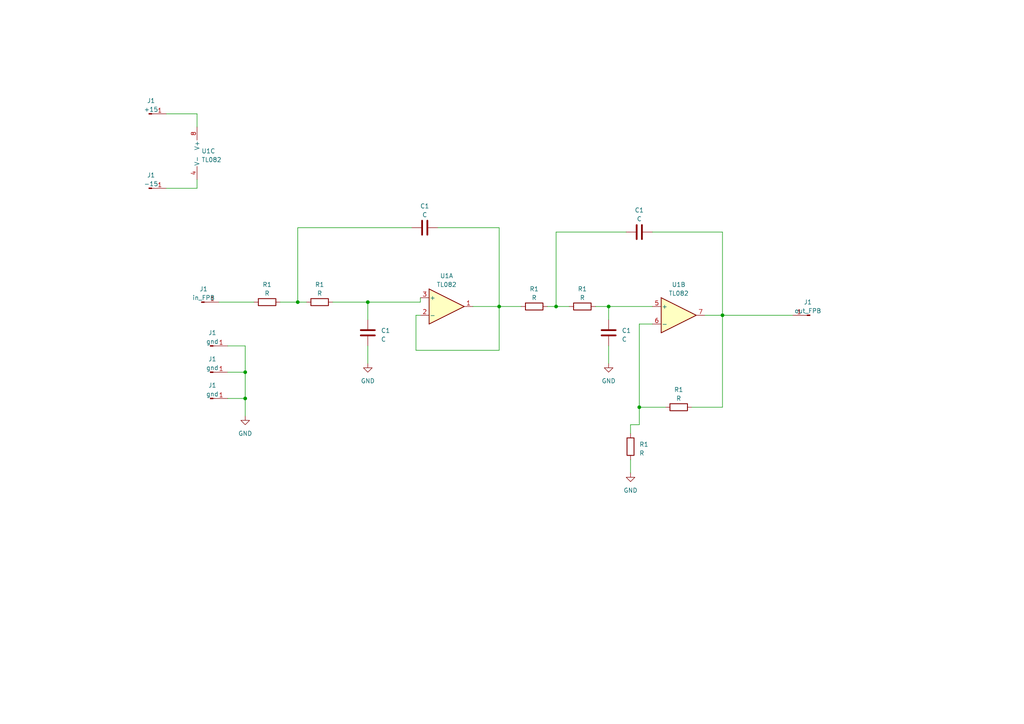
<source format=kicad_sch>
(kicad_sch (version 20230121) (generator eeschema)
  (paper "A4")
  (lib_symbols
    (symbol "Amplifier_Operational:TL082" (pin_names (offset 0.127))
      (property "Reference" "U" (at 0 5.08 0))
      (property "Value" "TL082" (at 0 -5.08 0))
      (symbol "TL082_1_1"
        (polyline (pts (xy -5.08 5.08) (xy 5.08 0) (xy -5.08 -5.08) (xy -5.08 5.08)) (stroke (width 0.254)) (fill (type background)))
        (pin output line (at 7.62 0 180) (length 2.54) (name "~") (number "1"))
        (pin input line (at -7.62 -2.54 0) (length 2.54) (name "-") (number "2"))
        (pin input line (at -7.62 2.54 0) (length 2.54) (name "+") (number "3"))
      )
      (symbol "TL082_2_1"
        (polyline (pts (xy -5.08 5.08) (xy 5.08 0) (xy -5.08 -5.08) (xy -5.08 5.08)) (stroke (width 0.254)) (fill (type background)))
        (pin input line (at -7.62 2.54 0) (length 2.54) (name "+") (number "5"))
        (pin input line (at -7.62 -2.54 0) (length 2.54) (name "-") (number "6"))
        (pin output line (at 7.62 0 180) (length 2.54) (name "~") (number "7"))
      )
      (symbol "TL082_3_1"
        (pin power_in line (at -2.54 -7.62 90) (length 3.81) (name "V-") (number "4"))
        (pin power_in line (at -2.54 7.62 270) (length 3.81) (name "V+") (number "8"))
      )
    )
    (symbol "Connector:Conn_01x01_Pin" (pin_names (offset 1.016) hide)
      (property "Reference" "J" (at 0 2.54 0))
      (property "Value" "Conn_01x01_Pin" (at 0 -2.54 0))
      (symbol "Conn_01x01_Pin_1_1"
        (polyline (pts (xy 1.27 0) (xy 0.8636 0)) (stroke (width 0.1524)))
        (rectangle (start 0.8636 0.127) (end 0 -0.127) (stroke (width 0.1524)) (fill (type outline)))
        (pin passive line (at 5.08 0 180) (length 3.81) (name "Pin_1") (number "1"))
      )
    )
    (symbol "Device:C" (pin_numbers hide) (pin_names (offset 0.254))
      (property "Reference" "C" (at 0.635 2.54 0))
      (property "Value" "C" (at 0.635 -2.54 0))
      (symbol "C_0_1"
        (polyline (pts (xy -2.032 -0.762) (xy 2.032 -0.762)) (stroke (width 0.508)))
        (polyline (pts (xy -2.032 0.762) (xy 2.032 0.762)) (stroke (width 0.508)))
      )
      (symbol "C_1_1"
        (pin passive line (at 0 3.81 270) (length 2.794) (name "~") (number "1"))
        (pin passive line (at 0 -3.81 90) (length 2.794) (name "~") (number "2"))
      )
    )
    (symbol "Device:R" (pin_numbers hide) (pin_names (offset 0))
      (property "Reference" "R" (at 2.032 0 90))
      (property "Value" "R" (at 0 0 90))
      (symbol "R_0_1"
        (rectangle (start -1.016 -2.54) (end 1.016 2.54) (stroke (width 0.254)))
      )
      (symbol "R_1_1"
        (pin passive line (at 0 3.81 270) (length 1.27) (name "~") (number "1"))
        (pin passive line (at 0 -3.81 90) (length 1.27) (name "~") (number "2"))
      )
    )
    (symbol "power:GND" (power) (pin_names (offset 0))
      (property "Value" "GND" (at 0 -3.81 0))
      (symbol "GND_0_1"
        (polyline (pts (xy 0 0) (xy 0 -1.27) (xy 1.27 -1.27) (xy 0 -2.54) (xy -1.27 -1.27) (xy 0 -1.27)))
      )
      (symbol "GND_1_1"
        (pin power_in line (at 0 0 270) (length 0) hide (name "GND") (number "1"))
      )
    )
  )
  (junction (at 176.53 88.9))
  (junction (at 86.36 87.63))
  (junction (at 106.68 87.63))
  (junction (at 71.12 115.57))
  (junction (at 144.78 88.9))
  (junction (at 71.12 107.95))
  (junction (at 161.29 88.9))
  (junction (at 185.42 118.11))
  (junction (at 209.55 91.44))
  (wire (pts (xy 120.65 101.6) (xy 144.78 101.6)))
  (wire (pts (xy 66.04 115.57) (xy 71.12 115.57)))
  (wire (pts (xy 120.65 91.44) (xy 120.65 101.6)))
  (wire (pts (xy 86.36 66.04) (xy 86.36 87.63)))
  (wire (pts (xy 48.26 54.61) (xy 57.15 54.61)))
  (wire (pts (xy 121.92 91.44) (xy 120.65 91.44)))
  (wire (pts (xy 209.55 118.11) (xy 209.55 91.44)))
  (wire (pts (xy 121.92 87.63) (xy 106.68 87.63)))
  (wire (pts (xy 66.04 107.95) (xy 71.12 107.95)))
  (wire (pts (xy 189.23 67.31) (xy 209.55 67.31)))
  (wire (pts (xy 119.38 66.04) (xy 86.36 66.04)))
  (wire (pts (xy 185.42 123.19) (xy 182.88 123.19)))
  (wire (pts (xy 176.53 100.33) (xy 176.53 105.41)))
  (wire (pts (xy 106.68 87.63) (xy 106.68 92.71)))
  (wire (pts (xy 172.72 88.9) (xy 176.53 88.9)))
  (wire (pts (xy 176.53 88.9) (xy 176.53 92.71)))
  (wire (pts (xy 144.78 88.9) (xy 144.78 101.6)))
  (wire (pts (xy 57.15 33.02) (xy 57.15 36.83)))
  (wire (pts (xy 121.92 86.36) (xy 121.92 87.63)))
  (wire (pts (xy 200.66 118.11) (xy 209.55 118.11)))
  (wire (pts (xy 185.42 93.98) (xy 185.42 118.11)))
  (wire (pts (xy 185.42 118.11) (xy 185.42 123.19)))
  (wire (pts (xy 176.53 88.9) (xy 189.23 88.9)))
  (wire (pts (xy 182.88 133.35) (xy 182.88 137.16)))
  (wire (pts (xy 144.78 66.04) (xy 144.78 88.9)))
  (wire (pts (xy 48.26 33.02) (xy 57.15 33.02)))
  (wire (pts (xy 106.68 100.33) (xy 106.68 105.41)))
  (wire (pts (xy 158.75 88.9) (xy 161.29 88.9)))
  (wire (pts (xy 63.5 87.63) (xy 73.66 87.63)))
  (wire (pts (xy 185.42 118.11) (xy 193.04 118.11)))
  (wire (pts (xy 71.12 100.33) (xy 71.12 107.95)))
  (wire (pts (xy 161.29 88.9) (xy 165.1 88.9)))
  (wire (pts (xy 189.23 93.98) (xy 185.42 93.98)))
  (wire (pts (xy 71.12 115.57) (xy 71.12 120.65)))
  (wire (pts (xy 137.16 88.9) (xy 144.78 88.9)))
  (wire (pts (xy 144.78 88.9) (xy 151.13 88.9)))
  (wire (pts (xy 86.36 87.63) (xy 88.9 87.63)))
  (wire (pts (xy 57.15 54.61) (xy 57.15 52.07)))
  (wire (pts (xy 161.29 67.31) (xy 161.29 88.9)))
  (wire (pts (xy 66.04 100.33) (xy 71.12 100.33)))
  (wire (pts (xy 209.55 67.31) (xy 209.55 91.44)))
  (wire (pts (xy 182.88 123.19) (xy 182.88 125.73)))
  (wire (pts (xy 181.61 67.31) (xy 161.29 67.31)))
  (wire (pts (xy 106.68 87.63) (xy 96.52 87.63)))
  (wire (pts (xy 81.28 87.63) (xy 86.36 87.63)))
  (wire (pts (xy 71.12 107.95) (xy 71.12 115.57)))
  (wire (pts (xy 204.47 91.44) (xy 209.55 91.44)))
  (wire (pts (xy 209.55 91.44) (xy 229.87 91.44)))
  (wire (pts (xy 127 66.04) (xy 144.78 66.04)))
  (symbol (lib_id "Connector:Conn_01x01_Pin") (at 234.95 91.44 180) (unit 1)
    (property "Reference" "J1" (at 234.315 87.63 0))
    (property "Value" "out_FPB" (at 234.315 90.17 0))
    (property "Footprint" "Connector_Pin:Pin_D1.0mm_L10.0mm" (effects hide))
    (instances (project "filtros_TCII" (path "" (reference "J1") (unit 1)) (path "" (reference "J14") (unit 1))))
  )
  (symbol (lib_id "power:GND") (at 176.53 105.41 0) (unit 1)
    (property "Reference" "#PWR08" (effects hide))
    (property "Value" "GND" (at 176.53 110.49 0))
  )
  (symbol (lib_id "power:GND") (at 71.12 120.65 0) (unit 1)
    (property "Reference" "#PWR06" (effects hide))
    (property "Value" "GND" (at 71.12 125.73 0))
  )
  (symbol (lib_id "power:GND") (at 182.88 137.16 0) (unit 1)
    (property "Reference" "#PWR09" (effects hide))
    (property "Value" "GND" (at 182.88 142.24 0))
  )
  (symbol (lib_id "Connector:Conn_01x01_Pin") (at 43.18 54.61 0) (unit 1)
    (property "Reference" "J1" (at 43.815 50.8 0))
    (property "Value" "-15" (at 43.815 53.34 0))
    (property "Footprint" "Connector_Pin:Pin_D1.0mm_L10.0mm" (effects hide))
    (instances (project "filtros_TCII" (path "" (reference "J1") (unit 1)) (path "" (reference "J9") (unit 1))))
  )
  (symbol (lib_id "Device:R") (at 182.88 129.54 180) (unit 1)
    (property "Reference" "R1" (at 185.42 128.905 0) (effects (justify right)))
    (property "Value" "R" (at 185.42 131.445 0) (effects (justify right)))
    (property "Footprint" "Resistor_THT:R_Axial_DIN0207_L6.3mm_D2.5mm_P7.62mm_Horizontal" (effects hide))
    (instances (project "filtros_TCII" (path "" (reference "R1") (unit 1)) (path "" (reference "R9") (unit 1))))
  )
  (symbol (lib_id "Connector:Conn_01x01_Pin") (at 43.18 33.02 0) (unit 1)
    (property "Reference" "J1" (at 43.815 29.21 0))
    (property "Value" "+15" (at 43.815 31.75 0))
    (property "Footprint" "Connector_Pin:Pin_D1.0mm_L10.0mm" (effects hide))
    (instances (project "filtros_TCII" (path "" (reference "J1") (unit 1)) (path "" (reference "J8") (unit 1))))
  )
  (symbol (lib_id "Device:R") (at 196.85 118.11 90) (unit 1)
    (property "Reference" "R1" (at 196.85 113.03 90))
    (property "Value" "R" (at 196.85 115.57 90))
    (property "Footprint" "Resistor_THT:R_Axial_DIN0207_L6.3mm_D2.5mm_P7.62mm_Horizontal" (effects hide))
    (instances (project "filtros_TCII" (path "" (reference "R1") (unit 1)) (path "" (reference "R10") (unit 1))))
  )
  (symbol (lib_id "Device:C") (at 123.19 66.04 90) (unit 1)
    (property "Reference" "C1" (at 123.19 59.7824 90))
    (property "Value" "C" (at 123.19 62.3224 90))
    (property "Footprint" "Capacitor_THT:C_Disc_D7.5mm_W2.5mm_P5.00mm" (effects hide))
    (instances (project "filtros_TCII" (path "" (reference "C1") (unit 1)) (path "" (reference "C8") (unit 1))))
  )
  (symbol (lib_id "Amplifier_Operational:TL082") (at 129.54 88.9 0) (unit 1)
    (property "Reference" "U1" (at 129.54 80.01 0))
    (property "Value" "TL082" (at 129.54 82.55 0))
    (property "Footprint" "Package_DIP:DIP-8_W7.62mm_LongPads" (effects hide))
    (property "Datasheet" "http://www.ti.com/lit/ds/symlink/tl081.pdf" (effects hide))
    (instances (project "filtros_TCII" (path "" (reference "U1") (unit 1)) (path "" (reference "U2") (unit 1))))
  )
  (symbol (lib_id "Connector:Conn_01x01_Pin") (at 60.96 115.57 0) (unit 1)
    (property "Reference" "J1" (at 61.595 111.76 0))
    (property "Value" "gnd" (at 61.595 114.3 0))
    (property "Footprint" "Connector_Pin:Pin_D1.0mm_L10.0mm" (effects hide))
    (instances (project "filtros_TCII" (path "" (reference "J1") (unit 1)) (path "" (reference "J13") (unit 1))))
  )
  (symbol (lib_id "Amplifier_Operational:TL082") (at 59.69 44.45 0) (unit 3)
    (property "Reference" "U1" (at 58.42 43.815 0) (effects (justify left)))
    (property "Value" "TL082" (at 58.42 46.355 0) (effects (justify left)))
    (property "Footprint" "Package_DIP:DIP-8_W7.62mm_LongPads" (effects hide))
    (property "Datasheet" "http://www.ti.com/lit/ds/symlink/tl081.pdf" (effects hide))
    (instances (project "filtros_TCII" (path "" (reference "U1") (unit 3)) (path "" (reference "U2") (unit 3))))
  )
  (symbol (lib_id "Connector:Conn_01x01_Pin") (at 60.96 100.33 0) (unit 1)
    (property "Reference" "J1" (at 61.595 96.52 0))
    (property "Value" "gnd" (at 61.595 99.06 0))
    (property "Footprint" "Connector_Pin:Pin_D1.0mm_L10.0mm" (effects hide))
    (instances (project "filtros_TCII" (path "" (reference "J1") (unit 1)) (path "" (reference "J11") (unit 1))))
  )
  (symbol (lib_id "Connector:Conn_01x01_Pin") (at 60.96 107.95 0) (unit 1)
    (property "Reference" "J1" (at 61.595 104.14 0))
    (property "Value" "gnd" (at 61.595 106.68 0))
    (property "Footprint" "Connector_Pin:Pin_D1.0mm_L10.0mm" (effects hide))
    (instances (project "filtros_TCII" (path "" (reference "J1") (unit 1)) (path "" (reference "J12") (unit 1))))
  )
  (symbol (lib_id "Device:R") (at 92.71 87.63 90) (unit 1)
    (property "Reference" "R1" (at 92.71 82.55 90))
    (property "Value" "R" (at 92.71 85.09 90))
    (property "Footprint" "Resistor_THT:R_Axial_DIN0207_L6.3mm_D2.5mm_P7.62mm_Horizontal" (effects hide))
    (instances (project "filtros_TCII" (path "" (reference "R1") (unit 1)) (path "" (reference "R6") (unit 1))))
  )
  (symbol (lib_id "Device:R") (at 154.94 88.9 90) (unit 1)
    (property "Reference" "R1" (at 154.94 83.82 90))
    (property "Value" "R" (at 154.94 86.36 90))
    (property "Footprint" "Resistor_THT:R_Axial_DIN0207_L6.3mm_D2.5mm_P7.62mm_Horizontal" (effects hide))
    (instances (project "filtros_TCII" (path "" (reference "R1") (unit 1)) (path "" (reference "R7") (unit 1))))
  )
  (symbol (lib_id "Connector:Conn_01x01_Pin") (at 58.42 87.63 0) (unit 1)
    (property "Reference" "J1" (at 59.055 83.82 0))
    (property "Value" "in_FPB" (at 59.055 86.36 0))
    (property "Footprint" "Connector_Pin:Pin_D1.0mm_L10.0mm" (effects hide))
    (instances (project "filtros_TCII" (path "" (reference "J1") (unit 1)) (path "" (reference "J10") (unit 1))))
  )
  (symbol (lib_id "Amplifier_Operational:TL082") (at 196.85 91.44 0) (unit 2)
    (property "Reference" "U1" (at 196.85 82.55 0))
    (property "Value" "TL082" (at 196.85 85.09 0))
    (property "Footprint" "Package_DIP:DIP-8_W7.62mm_LongPads" (effects hide))
    (property "Datasheet" "http://www.ti.com/lit/ds/symlink/tl081.pdf" (effects hide))
    (instances (project "filtros_TCII" (path "" (reference "U1") (unit 2)) (path "" (reference "U2") (unit 2))))
  )
  (symbol (lib_id "Device:C") (at 106.68 96.52 0) (unit 1)
    (property "Reference" "C1" (at 110.49 95.885 0) (effects (justify left)))
    (property "Value" "C" (at 110.49 98.425 0) (effects (justify left)))
    (property "Footprint" "Capacitor_THT:C_Disc_D7.5mm_W2.5mm_P5.00mm" (effects hide))
    (instances (project "filtros_TCII" (path "" (reference "C1") (unit 1)) (path "" (reference "C7") (unit 1))))
  )
  (symbol (lib_id "Device:R") (at 168.91 88.9 90) (unit 1)
    (property "Reference" "R1" (at 168.91 83.82 90))
    (property "Value" "R" (at 168.91 86.36 90))
    (property "Footprint" "Resistor_THT:R_Axial_DIN0207_L6.3mm_D2.5mm_P7.62mm_Horizontal" (effects hide))
    (instances (project "filtros_TCII" (path "" (reference "R1") (unit 1)) (path "" (reference "R8") (unit 1))))
  )
  (symbol (lib_id "Device:C") (at 185.42 67.31 90) (unit 1)
    (property "Reference" "C1" (at 185.42 60.96 90))
    (property "Value" "C" (at 185.42 63.5 90))
    (property "Footprint" "Capacitor_THT:C_Disc_D7.5mm_W2.5mm_P5.00mm" (effects hide))
    (instances (project "filtros_TCII" (path "" (reference "C1") (unit 1)) (path "" (reference "C10") (unit 1))))
  )
  (symbol (lib_id "Device:R") (at 77.47 87.63 90) (unit 1)
    (property "Reference" "R1" (at 77.47 82.55 90))
    (property "Value" "R" (at 77.47 85.09 90))
    (property "Footprint" "Resistor_THT:R_Axial_DIN0207_L6.3mm_D2.5mm_P7.62mm_Horizontal" (effects hide))
    (instances (project "filtros_TCII" (path "" (reference "R1") (unit 1)) (path "" (reference "R5") (unit 1))))
  )
  (symbol (lib_id "Device:C") (at 176.53 96.52 0) (unit 1)
    (property "Reference" "C1" (at 180.34 95.885 0) (effects (justify left)))
    (property "Value" "C" (at 180.34 98.425 0) (effects (justify left)))
    (property "Footprint" "Capacitor_THT:C_Disc_D7.5mm_W2.5mm_P5.00mm" (effects hide))
    (instances (project "filtros_TCII" (path "" (reference "C1") (unit 1)) (path "" (reference "C9") (unit 1))))
  )
  (symbol (lib_id "power:GND") (at 106.68 105.41 0) (unit 1)
    (property "Reference" "#PWR07" (effects hide))
    (property "Value" "GND" (at 106.68 110.49 0))
  )
)
</source>
